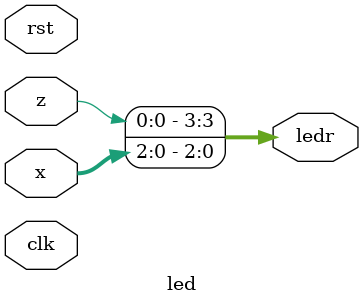
<source format=v>
module led(
    input clk,
    input rst,
    input [2:0] x,
    input z,
    output reg [3:0] ledr
);
    assign ledr = {z,x};
endmodule


</source>
